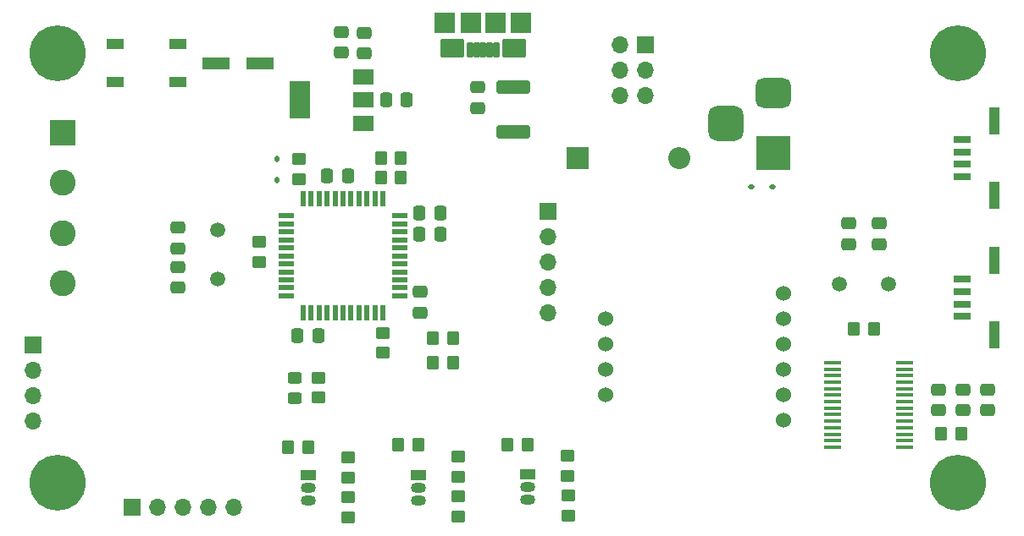
<source format=gbr>
%TF.GenerationSoftware,KiCad,Pcbnew,8.0.0*%
%TF.CreationDate,2024-03-12T01:14:06-04:00*%
%TF.ProjectId,ORA_ControlBoard-main_Rev2,4f52415f-436f-46e7-9472-6f6c426f6172,rev?*%
%TF.SameCoordinates,Original*%
%TF.FileFunction,Soldermask,Top*%
%TF.FilePolarity,Negative*%
%FSLAX46Y46*%
G04 Gerber Fmt 4.6, Leading zero omitted, Abs format (unit mm)*
G04 Created by KiCad (PCBNEW 8.0.0) date 2024-03-12 01:14:06*
%MOMM*%
%LPD*%
G01*
G04 APERTURE LIST*
G04 Aperture macros list*
%AMRoundRect*
0 Rectangle with rounded corners*
0 $1 Rounding radius*
0 $2 $3 $4 $5 $6 $7 $8 $9 X,Y pos of 4 corners*
0 Add a 4 corners polygon primitive as box body*
4,1,4,$2,$3,$4,$5,$6,$7,$8,$9,$2,$3,0*
0 Add four circle primitives for the rounded corners*
1,1,$1+$1,$2,$3*
1,1,$1+$1,$4,$5*
1,1,$1+$1,$6,$7*
1,1,$1+$1,$8,$9*
0 Add four rect primitives between the rounded corners*
20,1,$1+$1,$2,$3,$4,$5,0*
20,1,$1+$1,$4,$5,$6,$7,0*
20,1,$1+$1,$6,$7,$8,$9,0*
20,1,$1+$1,$8,$9,$2,$3,0*%
G04 Aperture macros list end*
%ADD10R,0.550000X1.500000*%
%ADD11R,1.500000X0.550000*%
%ADD12R,1.700000X1.000000*%
%ADD13RoundRect,0.250000X-0.475000X0.337500X-0.475000X-0.337500X0.475000X-0.337500X0.475000X0.337500X0*%
%ADD14R,1.500000X1.050000*%
%ADD15O,1.500000X1.050000*%
%ADD16R,1.750000X0.450000*%
%ADD17C,5.600000*%
%ADD18C,1.500000*%
%ADD19RoundRect,0.250000X-0.450000X0.350000X-0.450000X-0.350000X0.450000X-0.350000X0.450000X0.350000X0*%
%ADD20R,2.000000X1.500000*%
%ADD21R,2.000000X3.800000*%
%ADD22RoundRect,0.250000X0.475000X-0.337500X0.475000X0.337500X-0.475000X0.337500X-0.475000X-0.337500X0*%
%ADD23RoundRect,0.250000X0.337500X0.475000X-0.337500X0.475000X-0.337500X-0.475000X0.337500X-0.475000X0*%
%ADD24RoundRect,0.250000X-0.350000X-0.450000X0.350000X-0.450000X0.350000X0.450000X-0.350000X0.450000X0*%
%ADD25RoundRect,0.102000X0.200000X0.675000X-0.200000X0.675000X-0.200000X-0.675000X0.200000X-0.675000X0*%
%ADD26RoundRect,0.102000X1.050000X0.800000X-1.050000X0.800000X-1.050000X-0.800000X1.050000X-0.800000X0*%
%ADD27RoundRect,0.102000X0.900000X0.950000X-0.900000X0.950000X-0.900000X-0.950000X0.900000X-0.950000X0*%
%ADD28RoundRect,0.102000X0.950000X0.950000X-0.950000X0.950000X-0.950000X-0.950000X0.950000X-0.950000X0*%
%ADD29R,1.701800X0.660400*%
%ADD30R,1.092200X2.794000*%
%ADD31C,1.524000*%
%ADD32R,1.700000X1.700000*%
%ADD33O,1.700000X1.700000*%
%ADD34R,3.500000X3.500000*%
%ADD35RoundRect,0.750000X-1.000000X0.750000X-1.000000X-0.750000X1.000000X-0.750000X1.000000X0.750000X0*%
%ADD36RoundRect,0.875000X-0.875000X0.875000X-0.875000X-0.875000X0.875000X-0.875000X0.875000X0.875000X0*%
%ADD37RoundRect,0.250000X0.350000X0.450000X-0.350000X0.450000X-0.350000X-0.450000X0.350000X-0.450000X0*%
%ADD38RoundRect,0.112500X-0.187500X-0.112500X0.187500X-0.112500X0.187500X0.112500X-0.187500X0.112500X0*%
%ADD39RoundRect,0.250000X-1.450000X0.400000X-1.450000X-0.400000X1.450000X-0.400000X1.450000X0.400000X0*%
%ADD40RoundRect,0.250000X0.450000X-0.350000X0.450000X0.350000X-0.450000X0.350000X-0.450000X-0.350000X0*%
%ADD41R,2.794000X1.219200*%
%ADD42RoundRect,0.250000X-0.337500X-0.475000X0.337500X-0.475000X0.337500X0.475000X-0.337500X0.475000X0*%
%ADD43RoundRect,0.250000X-0.450000X0.325000X-0.450000X-0.325000X0.450000X-0.325000X0.450000X0.325000X0*%
%ADD44RoundRect,0.112500X-0.112500X0.187500X-0.112500X-0.187500X0.112500X-0.187500X0.112500X0.187500X0*%
%ADD45R,2.200000X2.200000*%
%ADD46O,2.200000X2.200000*%
%ADD47R,2.600000X2.600000*%
%ADD48C,2.600000*%
G04 APERTURE END LIST*
D10*
%TO.C,U1*%
X127500000Y-69100000D03*
X126700000Y-69100000D03*
X125900000Y-69100000D03*
X125100000Y-69100000D03*
X124300000Y-69100000D03*
X123500000Y-69100000D03*
X122700000Y-69100000D03*
X121900000Y-69100000D03*
X121100000Y-69100000D03*
X120300000Y-69100000D03*
X119500000Y-69100000D03*
D11*
X117800000Y-70800000D03*
X117800000Y-71600000D03*
X117800000Y-72400000D03*
X117800000Y-73200000D03*
X117800000Y-74000000D03*
X117800000Y-74800000D03*
X117800000Y-75600000D03*
X117800000Y-76400000D03*
X117800000Y-77200000D03*
X117800000Y-78000000D03*
X117800000Y-78800000D03*
D10*
X119500000Y-80500000D03*
X120300000Y-80500000D03*
X121100000Y-80500000D03*
X121900000Y-80500000D03*
X122700000Y-80500000D03*
X123500000Y-80500000D03*
X124300000Y-80500000D03*
X125100000Y-80500000D03*
X125900000Y-80500000D03*
X126700000Y-80500000D03*
X127500000Y-80500000D03*
D11*
X129200000Y-78800000D03*
X129200000Y-78000000D03*
X129200000Y-77200000D03*
X129200000Y-76400000D03*
X129200000Y-75600000D03*
X129200000Y-74800000D03*
X129200000Y-74000000D03*
X129200000Y-73200000D03*
X129200000Y-72400000D03*
X129200000Y-71600000D03*
X129200000Y-70800000D03*
%TD*%
D12*
%TO.C,SW1*%
X100700000Y-53600000D03*
X107000000Y-53600000D03*
X100700000Y-57400000D03*
X107000000Y-57400000D03*
%TD*%
D13*
%TO.C,C7*%
X137000000Y-57925000D03*
X137000000Y-60000000D03*
%TD*%
D14*
%TO.C,Q3*%
X131000000Y-96730000D03*
D15*
X131000000Y-98000000D03*
X131000000Y-99270000D03*
%TD*%
D13*
%TO.C,C10*%
X107000000Y-75925000D03*
X107000000Y-78000000D03*
%TD*%
D16*
%TO.C,U2*%
X172400000Y-85500000D03*
X172400000Y-86150000D03*
X172400000Y-86800000D03*
X172400000Y-87450000D03*
X172400000Y-88100000D03*
X172400000Y-88750000D03*
X172400000Y-89400000D03*
X172400000Y-90050000D03*
X172400000Y-90700000D03*
X172400000Y-91350000D03*
X172400000Y-92000000D03*
X172400000Y-92650000D03*
X172400000Y-93300000D03*
X172400000Y-93950000D03*
X179600000Y-93950000D03*
X179600000Y-93300000D03*
X179600000Y-92650000D03*
X179600000Y-92000000D03*
X179600000Y-91350000D03*
X179600000Y-90700000D03*
X179600000Y-90050000D03*
X179600000Y-89400000D03*
X179600000Y-88750000D03*
X179600000Y-88100000D03*
X179600000Y-87450000D03*
X179600000Y-86800000D03*
X179600000Y-86150000D03*
X179600000Y-85500000D03*
%TD*%
D17*
%TO.C,H1*%
X185000000Y-97500000D03*
%TD*%
D18*
%TO.C,Y1*%
X173120000Y-77600000D03*
X178000000Y-77600000D03*
%TD*%
D13*
%TO.C,C1*%
X177070000Y-71562500D03*
X177070000Y-73637500D03*
%TD*%
%TO.C,C9*%
X107000000Y-71962500D03*
X107000000Y-74037500D03*
%TD*%
D19*
%TO.C,R16*%
X145952500Y-94800000D03*
X145952500Y-96800000D03*
%TD*%
%TO.C,R11*%
X115125000Y-73400000D03*
X115125000Y-75400000D03*
%TD*%
D17*
%TO.C,H3*%
X95000000Y-54500000D03*
%TD*%
D14*
%TO.C,Q5*%
X120000000Y-96730000D03*
D15*
X120000000Y-98000000D03*
X120000000Y-99270000D03*
%TD*%
D17*
%TO.C,H2*%
X95000000Y-97500000D03*
%TD*%
D20*
%TO.C,U5*%
X125500000Y-61500000D03*
X125500000Y-59200000D03*
D21*
X119200000Y-59200000D03*
D20*
X125500000Y-56900000D03*
%TD*%
D22*
%TO.C,C8*%
X187900000Y-90237500D03*
X187900000Y-88162500D03*
%TD*%
D19*
%TO.C,R9*%
X121025000Y-87000000D03*
X121025000Y-89000000D03*
%TD*%
D23*
%TO.C,C4*%
X124000000Y-66750000D03*
X121925000Y-66750000D03*
%TD*%
D24*
%TO.C,R8*%
X132500000Y-83000000D03*
X134500000Y-83000000D03*
%TD*%
D19*
%TO.C,R18*%
X135000000Y-98900000D03*
X135000000Y-100900000D03*
%TD*%
D18*
%TO.C,Y2*%
X111000000Y-77100000D03*
X111000000Y-72220000D03*
%TD*%
D25*
%TO.C,J3*%
X138800000Y-54125000D03*
X138150000Y-54125000D03*
X137500000Y-54125000D03*
X136850000Y-54125000D03*
X136200000Y-54125000D03*
D26*
X140600000Y-54000000D03*
X134400000Y-54000000D03*
D27*
X141300000Y-51450000D03*
D28*
X138700000Y-51450000D03*
X136300000Y-51450000D03*
D27*
X133700000Y-51450000D03*
%TD*%
D24*
%TO.C,R1*%
X174570000Y-82100000D03*
X176570000Y-82100000D03*
%TD*%
%TO.C,R22*%
X118000000Y-93970000D03*
X120000000Y-93970000D03*
%TD*%
D22*
%TO.C,C2*%
X174070000Y-73637500D03*
X174070000Y-71562500D03*
%TD*%
D29*
%TO.C,J5*%
X185424300Y-80875000D03*
X185424300Y-79625000D03*
X185424300Y-78375000D03*
X185424300Y-77125000D03*
D30*
X188624301Y-82724999D03*
X188624301Y-75275001D03*
%TD*%
D31*
%TO.C,U6*%
X149710000Y-88740000D03*
X149710000Y-86200000D03*
X149710000Y-83660000D03*
X149710000Y-81120000D03*
X167490000Y-78580000D03*
X167490000Y-81120000D03*
X167490000Y-83660000D03*
X167490000Y-86200000D03*
X167490000Y-88740000D03*
X167490000Y-91280000D03*
%TD*%
D32*
%TO.C,J2*%
X92500000Y-83700000D03*
D33*
X92500000Y-86240000D03*
X92500000Y-88780000D03*
X92500000Y-91320000D03*
%TD*%
D34*
%TO.C,J4*%
X166500000Y-64500000D03*
D35*
X166500000Y-58500000D03*
D36*
X161800000Y-61500000D03*
%TD*%
D13*
%TO.C,C14*%
X125600000Y-52450000D03*
X125600000Y-54525000D03*
%TD*%
D19*
%TO.C,R15*%
X146007500Y-98800000D03*
X146007500Y-100800000D03*
%TD*%
%TO.C,R17*%
X135000000Y-94900000D03*
X135000000Y-96900000D03*
%TD*%
D14*
%TO.C,Q1*%
X141952500Y-96710000D03*
D15*
X141952500Y-97980000D03*
X141952500Y-99250000D03*
%TD*%
D37*
%TO.C,R5*%
X129300000Y-64975000D03*
X127300000Y-64975000D03*
%TD*%
D24*
%TO.C,R19*%
X129000000Y-93720000D03*
X131000000Y-93720000D03*
%TD*%
D38*
%TO.C,D4*%
X164350000Y-67900000D03*
X166450000Y-67900000D03*
%TD*%
D39*
%TO.C,F1*%
X140500000Y-57900000D03*
X140500000Y-62350000D03*
%TD*%
D17*
%TO.C,H4*%
X185000000Y-54500000D03*
%TD*%
D24*
%TO.C,R14*%
X139952500Y-93710000D03*
X141952500Y-93710000D03*
%TD*%
D40*
%TO.C,R3*%
X119100000Y-67100000D03*
X119100000Y-65100000D03*
%TD*%
D19*
%TO.C,R21*%
X124000000Y-98970000D03*
X124000000Y-100970000D03*
%TD*%
D23*
%TO.C,C5*%
X121025000Y-82750000D03*
X118950000Y-82750000D03*
%TD*%
D13*
%TO.C,C11*%
X123350000Y-52375000D03*
X123350000Y-54450000D03*
%TD*%
D41*
%TO.C,C13*%
X115209800Y-55500000D03*
X110790200Y-55500000D03*
%TD*%
D42*
%TO.C,C15*%
X131162500Y-70500000D03*
X133237500Y-70500000D03*
%TD*%
D22*
%TO.C,C17*%
X185500000Y-90237500D03*
X185500000Y-88162500D03*
%TD*%
%TO.C,C6*%
X131200000Y-80475000D03*
X131200000Y-78400000D03*
%TD*%
D43*
%TO.C,D2*%
X118700000Y-86975000D03*
X118700000Y-89025000D03*
%TD*%
D23*
%TO.C,C12*%
X129887500Y-59200000D03*
X127812500Y-59200000D03*
%TD*%
%TO.C,C3*%
X133237500Y-72600000D03*
X131162500Y-72600000D03*
%TD*%
D32*
%TO.C,J8*%
X144000000Y-70380000D03*
D33*
X144000000Y-72920000D03*
X144000000Y-75460000D03*
X144000000Y-78000000D03*
X144000000Y-80540000D03*
%TD*%
D37*
%TO.C,R2*%
X185300000Y-92600000D03*
X183300000Y-92600000D03*
%TD*%
D29*
%TO.C,J1*%
X185399999Y-66875000D03*
X185399999Y-65625000D03*
X185399999Y-64375000D03*
X185399999Y-63125000D03*
D30*
X188600000Y-68724999D03*
X188600000Y-61275001D03*
%TD*%
D19*
%TO.C,R20*%
X124000000Y-94970000D03*
X124000000Y-96970000D03*
%TD*%
D22*
%TO.C,C16*%
X183000000Y-90237500D03*
X183000000Y-88162500D03*
%TD*%
D44*
%TO.C,D1*%
X116900000Y-65075000D03*
X116900000Y-67175000D03*
%TD*%
D24*
%TO.C,R6*%
X127300000Y-66975000D03*
X129300000Y-66975000D03*
%TD*%
D45*
%TO.C,D3*%
X146920000Y-65000000D03*
D46*
X157080000Y-65000000D03*
%TD*%
D47*
%TO.C,J9*%
X95500000Y-62500000D03*
D48*
X95500000Y-67500000D03*
X95500000Y-72500000D03*
X95500000Y-77500000D03*
%TD*%
D19*
%TO.C,R4*%
X127500000Y-82500000D03*
X127500000Y-84500000D03*
%TD*%
D24*
%TO.C,R10*%
X132500000Y-85500000D03*
X134500000Y-85500000D03*
%TD*%
D32*
%TO.C,J7*%
X102460000Y-100000000D03*
D33*
X105000000Y-100000000D03*
X107540000Y-100000000D03*
X110080000Y-100000000D03*
X112620000Y-100000000D03*
%TD*%
D32*
%TO.C,J6*%
X153700000Y-53660000D03*
D33*
X151160000Y-53660000D03*
X153700000Y-56200000D03*
X151160000Y-56200000D03*
X153700000Y-58740000D03*
X151160000Y-58740000D03*
%TD*%
M02*

</source>
